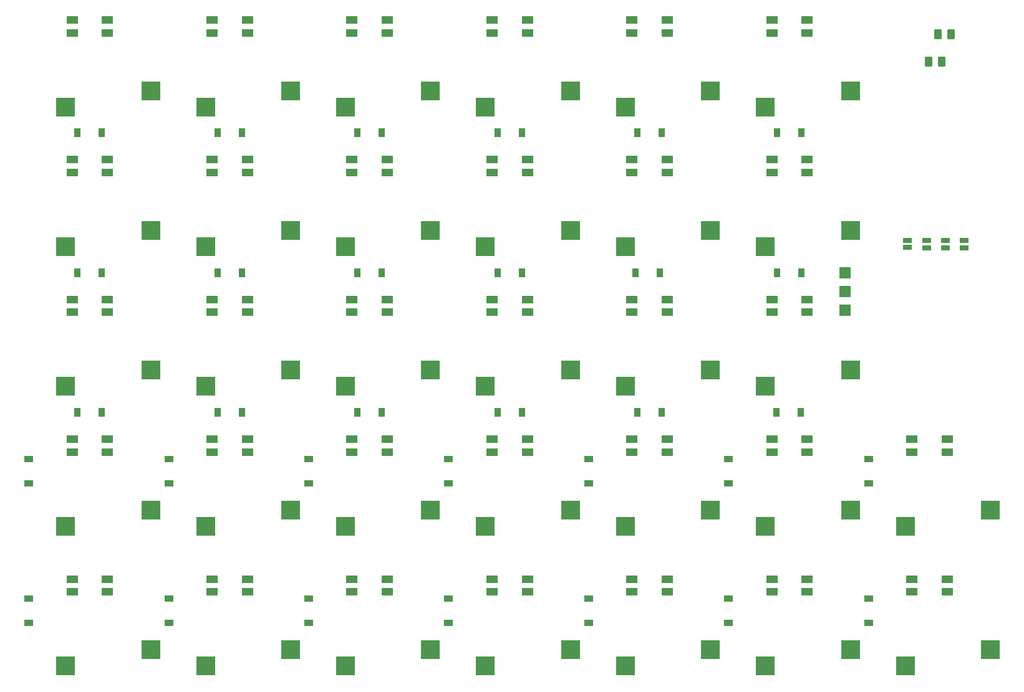
<source format=gbr>
G04 #@! TF.GenerationSoftware,KiCad,Pcbnew,(6.0.0)*
G04 #@! TF.CreationDate,2021-12-26T21:23:53+01:00*
G04 #@! TF.ProjectId,helixhschoc,68656c69-7868-4736-9368-6f632e6b6963,rev?*
G04 #@! TF.SameCoordinates,Original*
G04 #@! TF.FileFunction,Paste,Top*
G04 #@! TF.FilePolarity,Positive*
%FSLAX46Y46*%
G04 Gerber Fmt 4.6, Leading zero omitted, Abs format (unit mm)*
G04 Created by KiCad (PCBNEW (6.0.0)) date 2021-12-26 21:23:53*
%MOMM*%
%LPD*%
G01*
G04 APERTURE LIST*
G04 Aperture macros list*
%AMRoundRect*
0 Rectangle with rounded corners*
0 $1 Rounding radius*
0 $2 $3 $4 $5 $6 $7 $8 $9 X,Y pos of 4 corners*
0 Add a 4 corners polygon primitive as box body*
4,1,4,$2,$3,$4,$5,$6,$7,$8,$9,$2,$3,0*
0 Add four circle primitives for the rounded corners*
1,1,$1+$1,$2,$3*
1,1,$1+$1,$4,$5*
1,1,$1+$1,$6,$7*
1,1,$1+$1,$8,$9*
0 Add four rect primitives between the rounded corners*
20,1,$1+$1,$2,$3,$4,$5,0*
20,1,$1+$1,$4,$5,$6,$7,0*
20,1,$1+$1,$6,$7,$8,$9,0*
20,1,$1+$1,$8,$9,$2,$3,0*%
G04 Aperture macros list end*
%ADD10R,2.600000X2.600000*%
%ADD11R,0.900000X1.200000*%
%ADD12R,1.200000X0.900000*%
%ADD13RoundRect,0.249998X-0.262502X-0.450002X0.262502X-0.450002X0.262502X0.450002X-0.262502X0.450002X0*%
%ADD14R,1.143000X0.635000*%
%ADD15R,1.600000X1.000000*%
%ADD16R,1.524000X1.524000*%
G04 APERTURE END LIST*
D10*
X84155540Y-62127540D03*
X95705540Y-59927540D03*
D11*
X127080540Y-65677540D03*
X123780540Y-65677540D03*
D10*
X141155540Y-62127540D03*
X152705540Y-59927540D03*
X122155540Y-62127540D03*
X133705540Y-59927540D03*
X103155540Y-62127540D03*
X114705540Y-59927540D03*
D12*
X193155540Y-109991940D03*
X193155540Y-113291940D03*
D13*
X201303150Y-56024780D03*
X203128150Y-56024780D03*
X202551660Y-52222400D03*
X204376660Y-52222400D03*
D10*
X160155540Y-62127540D03*
X171705540Y-59927540D03*
X179155540Y-138127540D03*
X190705540Y-135927540D03*
X160155540Y-138127540D03*
X171705540Y-135927540D03*
X141155540Y-138127540D03*
X152705540Y-135927540D03*
X84155540Y-138127540D03*
X95705540Y-135927540D03*
X122155540Y-138127540D03*
X133705540Y-135927540D03*
X198155540Y-119127540D03*
X209705540Y-116927540D03*
X103155540Y-138127540D03*
X114705540Y-135927540D03*
X179155540Y-119127540D03*
X190705540Y-116927540D03*
X198155540Y-138127540D03*
X209705540Y-135927540D03*
D14*
X206112540Y-80302160D03*
X206112540Y-81302920D03*
D15*
X104030540Y-52052540D03*
X104030540Y-50302540D03*
X108830540Y-50302540D03*
X108830540Y-52052540D03*
D14*
X201032540Y-80302160D03*
X201032540Y-81302920D03*
D15*
X85030540Y-52052540D03*
X85030540Y-50302540D03*
X89830540Y-50302540D03*
X89830540Y-52052540D03*
D14*
X203575080Y-80302160D03*
X203575080Y-81302920D03*
X198473920Y-80243800D03*
X198473920Y-81244560D03*
D15*
X108830540Y-69302540D03*
X108830540Y-71052540D03*
X104030540Y-71052540D03*
X104030540Y-69302540D03*
X161030540Y-52052540D03*
X161030540Y-50302540D03*
X165830540Y-50302540D03*
X165830540Y-52052540D03*
X146830540Y-69302540D03*
X146830540Y-71052540D03*
X142030540Y-71052540D03*
X142030540Y-69302540D03*
X85030540Y-90052540D03*
X85030540Y-88302540D03*
X89830540Y-88302540D03*
X89830540Y-90052540D03*
X127830540Y-69302540D03*
X127830540Y-71052540D03*
X123030540Y-71052540D03*
X123030540Y-69302540D03*
X184830540Y-69302540D03*
X184830540Y-71052540D03*
X180030540Y-71052540D03*
X180030540Y-69302540D03*
X89830540Y-69302540D03*
X89830540Y-71052540D03*
X85030540Y-71052540D03*
X85030540Y-69302540D03*
X104030540Y-90052540D03*
X104030540Y-88302540D03*
X108830540Y-88302540D03*
X108830540Y-90052540D03*
X123030540Y-90052540D03*
X123030540Y-88302540D03*
X127830540Y-88302540D03*
X127830540Y-90052540D03*
X142030540Y-90052540D03*
X142030540Y-88302540D03*
X146830540Y-88302540D03*
X146830540Y-90052540D03*
X165830540Y-69302540D03*
X165830540Y-71052540D03*
X161030540Y-71052540D03*
X161030540Y-69302540D03*
X123030540Y-52052540D03*
X123030540Y-50302540D03*
X127830540Y-50302540D03*
X127830540Y-52052540D03*
X180030540Y-90052540D03*
X180030540Y-88302540D03*
X184830540Y-88302540D03*
X184830540Y-90052540D03*
X89830540Y-107302540D03*
X89830540Y-109052540D03*
X85030540Y-109052540D03*
X85030540Y-107302540D03*
X146830540Y-107302540D03*
X146830540Y-109052540D03*
X142030540Y-109052540D03*
X142030540Y-107302540D03*
X104030540Y-128052540D03*
X104030540Y-126302540D03*
X108830540Y-126302540D03*
X108830540Y-128052540D03*
X123030540Y-128052540D03*
X123030540Y-126302540D03*
X127830540Y-126302540D03*
X127830540Y-128052540D03*
X142030540Y-128052540D03*
X142030540Y-126302540D03*
X146830540Y-126302540D03*
X146830540Y-128052540D03*
X161030540Y-128052540D03*
X161030540Y-126302540D03*
X165830540Y-126302540D03*
X165830540Y-128052540D03*
X180030540Y-128052540D03*
X180030540Y-126302540D03*
X184830540Y-126302540D03*
X184830540Y-128052540D03*
X85030540Y-128052540D03*
X85030540Y-126302540D03*
X89830540Y-126302540D03*
X89830540Y-128052540D03*
X127830540Y-107302540D03*
X127830540Y-109052540D03*
X123030540Y-109052540D03*
X123030540Y-107302540D03*
X161030540Y-90052540D03*
X161030540Y-88302540D03*
X165830540Y-88302540D03*
X165830540Y-90052540D03*
X203830540Y-107302540D03*
X203830540Y-109052540D03*
X199030540Y-109052540D03*
X199030540Y-107302540D03*
X199030540Y-128052540D03*
X199030540Y-126302540D03*
X203830540Y-126302540D03*
X203830540Y-128052540D03*
X184830540Y-107302540D03*
X184830540Y-109052540D03*
X180030540Y-109052540D03*
X180030540Y-107302540D03*
X108830540Y-107302540D03*
X108830540Y-109052540D03*
X104030540Y-109052540D03*
X104030540Y-107302540D03*
X165830540Y-107302540D03*
X165830540Y-109052540D03*
X161030540Y-109052540D03*
X161030540Y-107302540D03*
X180030540Y-52052540D03*
X180030540Y-50302540D03*
X184830540Y-50302540D03*
X184830540Y-52052540D03*
D11*
X89080540Y-103677540D03*
X85780540Y-103677540D03*
X146080540Y-84677540D03*
X142780540Y-84677540D03*
X184080540Y-84677540D03*
X180780540Y-84677540D03*
X164811140Y-84677540D03*
X161511140Y-84677540D03*
X108080540Y-84677540D03*
X104780540Y-84677540D03*
X165080540Y-65677540D03*
X161780540Y-65677540D03*
X146080540Y-65677540D03*
X142780540Y-65677540D03*
X108080540Y-65677540D03*
X104780540Y-65677540D03*
X108080540Y-103677540D03*
X104780540Y-103677540D03*
D16*
X189975080Y-84662860D03*
X189975080Y-87202860D03*
X189975080Y-89742860D03*
D11*
X89080540Y-84677540D03*
X85780540Y-84677540D03*
X89080540Y-65677540D03*
X85780540Y-65677540D03*
X184080540Y-65677540D03*
X180780540Y-65677540D03*
X127080540Y-84677540D03*
X123780540Y-84677540D03*
D12*
X79155540Y-128991940D03*
X79155540Y-132291940D03*
X193155540Y-128991940D03*
X193155540Y-132291940D03*
D11*
X127080540Y-103677540D03*
X123780540Y-103677540D03*
D12*
X136155540Y-128991940D03*
X136155540Y-132291940D03*
X98155540Y-128991940D03*
X98155540Y-132291940D03*
X174155540Y-128991940D03*
X174155540Y-132291940D03*
X155155540Y-128991940D03*
X155155540Y-132291940D03*
X174155540Y-109991940D03*
X174155540Y-113291940D03*
X136155540Y-109991940D03*
X136155540Y-113291940D03*
X117155540Y-109991940D03*
X117155540Y-113291940D03*
X98155540Y-109991940D03*
X98155540Y-113291940D03*
D11*
X183978940Y-103677540D03*
X180678940Y-103677540D03*
D15*
X142030540Y-52052540D03*
X142030540Y-50302540D03*
X146830540Y-50302540D03*
X146830540Y-52052540D03*
D12*
X155155540Y-109991940D03*
X155155540Y-113291940D03*
X79155540Y-109991940D03*
X79155540Y-113291940D03*
D11*
X165080540Y-103677540D03*
X161780540Y-103677540D03*
X146080540Y-103677540D03*
X142780540Y-103677540D03*
D12*
X117155540Y-128991940D03*
X117155540Y-132291940D03*
D10*
X122155540Y-81127540D03*
X133705540Y-78927540D03*
X141155540Y-100127540D03*
X152705540Y-97927540D03*
X84155540Y-100127540D03*
X95705540Y-97927540D03*
X103155540Y-100127540D03*
X114705540Y-97927540D03*
X103155540Y-81127540D03*
X114705540Y-78927540D03*
X84155540Y-81127540D03*
X95705540Y-78927540D03*
X179155540Y-62127540D03*
X190705540Y-59927540D03*
X179155540Y-81127540D03*
X190705540Y-78927540D03*
X103155540Y-119127540D03*
X114705540Y-116927540D03*
X84155540Y-119127540D03*
X95705540Y-116927540D03*
X160155540Y-119127540D03*
X171705540Y-116927540D03*
X179155540Y-100127540D03*
X190705540Y-97927540D03*
X122155540Y-100127540D03*
X133705540Y-97927540D03*
X122155540Y-119127540D03*
X133705540Y-116927540D03*
X160155540Y-100127540D03*
X171705540Y-97927540D03*
X160155540Y-81127540D03*
X171705540Y-78927540D03*
X141155540Y-81127540D03*
X152705540Y-78927540D03*
X141155540Y-119127540D03*
X152705540Y-116927540D03*
M02*

</source>
